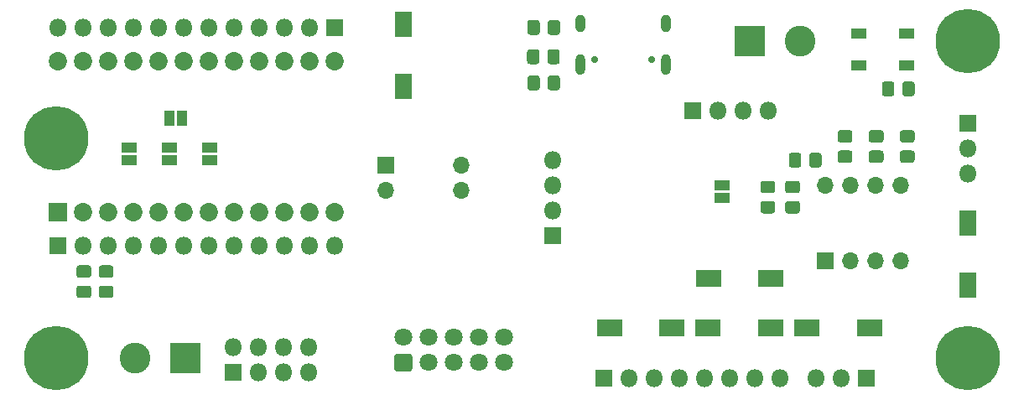
<source format=gbr>
%TF.GenerationSoftware,KiCad,Pcbnew,(5.1.6)-1*%
%TF.CreationDate,2021-01-14T00:20:57+08:00*%
%TF.ProjectId,micro-mp,6d696372-6f2d-46d7-902e-6b696361645f,v0.4*%
%TF.SameCoordinates,Original*%
%TF.FileFunction,Soldermask,Top*%
%TF.FilePolarity,Negative*%
%FSLAX46Y46*%
G04 Gerber Fmt 4.6, Leading zero omitted, Abs format (unit mm)*
G04 Created by KiCad (PCBNEW (5.1.6)-1) date 2021-01-14 00:20:57*
%MOMM*%
%LPD*%
G01*
G04 APERTURE LIST*
%ADD10C,1.854200*%
%ADD11R,1.854200X1.854200*%
%ADD12C,1.801600*%
%ADD13R,1.101600X1.601600*%
%ADD14O,1.801600X1.801600*%
%ADD15R,1.801600X1.801600*%
%ADD16O,1.701600X1.701600*%
%ADD17R,1.701600X1.701600*%
%ADD18R,1.601600X1.101600*%
%ADD19O,1.001600X2.101600*%
%ADD20O,1.001600X1.801600*%
%ADD21C,0.701600*%
%ADD22C,3.101600*%
%ADD23R,3.101600X3.101600*%
%ADD24R,1.800860X2.501900*%
%ADD25R,2.501900X1.800860*%
%ADD26C,6.501600*%
G04 APERTURE END LIST*
D10*
%TO.C,U1*%
X108141000Y-77026000D03*
X136081000Y-92266000D03*
X110681000Y-77026000D03*
X113221000Y-77026000D03*
X115761000Y-77026000D03*
X118301000Y-77026000D03*
X120841000Y-77026000D03*
X123381000Y-77026000D03*
X125921000Y-77026000D03*
X128461000Y-77026000D03*
X131001000Y-77026000D03*
X133541000Y-77026000D03*
X136081000Y-77026000D03*
X133541000Y-92266000D03*
X131001000Y-92266000D03*
X128461000Y-92266000D03*
X125921000Y-92266000D03*
X123381000Y-92266000D03*
X120841000Y-92266000D03*
X118301000Y-92266000D03*
X115761000Y-92266000D03*
X113221000Y-92266000D03*
X110681000Y-92266000D03*
D11*
X108141000Y-92266000D03*
%TD*%
D12*
%TO.C,J4*%
X153162000Y-104902000D03*
X150622000Y-104902000D03*
X148082000Y-104902000D03*
X145542000Y-104902000D03*
X143002000Y-104902000D03*
X153162000Y-107442000D03*
X150622000Y-107442000D03*
X148082000Y-107442000D03*
X145542000Y-107442000D03*
G36*
G01*
X143637859Y-108342800D02*
X142366141Y-108342800D01*
G75*
G02*
X142101200Y-108077859I0J264941D01*
G01*
X142101200Y-106806141D01*
G75*
G02*
X142366141Y-106541200I264941J0D01*
G01*
X143637859Y-106541200D01*
G75*
G02*
X143902800Y-106806141I0J-264941D01*
G01*
X143902800Y-108077859D01*
G75*
G02*
X143637859Y-108342800I-264941J0D01*
G01*
G37*
%TD*%
D13*
%TO.C,JP2*%
X120650000Y-82800000D03*
X119350000Y-82800000D03*
%TD*%
%TO.C,D5*%
G36*
G01*
X113478714Y-98875800D02*
X112521286Y-98875800D01*
G75*
G02*
X112249200Y-98603714I0J272086D01*
G01*
X112249200Y-97896286D01*
G75*
G02*
X112521286Y-97624200I272086J0D01*
G01*
X113478714Y-97624200D01*
G75*
G02*
X113750800Y-97896286I0J-272086D01*
G01*
X113750800Y-98603714D01*
G75*
G02*
X113478714Y-98875800I-272086J0D01*
G01*
G37*
G36*
G01*
X113478714Y-100925800D02*
X112521286Y-100925800D01*
G75*
G02*
X112249200Y-100653714I0J272086D01*
G01*
X112249200Y-99946286D01*
G75*
G02*
X112521286Y-99674200I272086J0D01*
G01*
X113478714Y-99674200D01*
G75*
G02*
X113750800Y-99946286I0J-272086D01*
G01*
X113750800Y-100653714D01*
G75*
G02*
X113478714Y-100925800I-272086J0D01*
G01*
G37*
%TD*%
%TO.C,D4*%
G36*
G01*
X111228714Y-98875800D02*
X110271286Y-98875800D01*
G75*
G02*
X109999200Y-98603714I0J272086D01*
G01*
X109999200Y-97896286D01*
G75*
G02*
X110271286Y-97624200I272086J0D01*
G01*
X111228714Y-97624200D01*
G75*
G02*
X111500800Y-97896286I0J-272086D01*
G01*
X111500800Y-98603714D01*
G75*
G02*
X111228714Y-98875800I-272086J0D01*
G01*
G37*
G36*
G01*
X111228714Y-100925800D02*
X110271286Y-100925800D01*
G75*
G02*
X109999200Y-100653714I0J272086D01*
G01*
X109999200Y-99946286D01*
G75*
G02*
X110271286Y-99674200I272086J0D01*
G01*
X111228714Y-99674200D01*
G75*
G02*
X111500800Y-99946286I0J-272086D01*
G01*
X111500800Y-100653714D01*
G75*
G02*
X111228714Y-100925800I-272086J0D01*
G01*
G37*
%TD*%
%TO.C,R9*%
G36*
G01*
X157544200Y-77033714D02*
X157544200Y-76076286D01*
G75*
G02*
X157816286Y-75804200I272086J0D01*
G01*
X158523714Y-75804200D01*
G75*
G02*
X158795800Y-76076286I0J-272086D01*
G01*
X158795800Y-77033714D01*
G75*
G02*
X158523714Y-77305800I-272086J0D01*
G01*
X157816286Y-77305800D01*
G75*
G02*
X157544200Y-77033714I0J272086D01*
G01*
G37*
G36*
G01*
X155494200Y-77033714D02*
X155494200Y-76076286D01*
G75*
G02*
X155766286Y-75804200I272086J0D01*
G01*
X156473714Y-75804200D01*
G75*
G02*
X156745800Y-76076286I0J-272086D01*
G01*
X156745800Y-77033714D01*
G75*
G02*
X156473714Y-77305800I-272086J0D01*
G01*
X155766286Y-77305800D01*
G75*
G02*
X155494200Y-77033714I0J272086D01*
G01*
G37*
%TD*%
%TO.C,D3*%
G36*
G01*
X157574200Y-79678714D02*
X157574200Y-78721286D01*
G75*
G02*
X157846286Y-78449200I272086J0D01*
G01*
X158553714Y-78449200D01*
G75*
G02*
X158825800Y-78721286I0J-272086D01*
G01*
X158825800Y-79678714D01*
G75*
G02*
X158553714Y-79950800I-272086J0D01*
G01*
X157846286Y-79950800D01*
G75*
G02*
X157574200Y-79678714I0J272086D01*
G01*
G37*
G36*
G01*
X155524200Y-79678714D02*
X155524200Y-78721286D01*
G75*
G02*
X155796286Y-78449200I272086J0D01*
G01*
X156503714Y-78449200D01*
G75*
G02*
X156775800Y-78721286I0J-272086D01*
G01*
X156775800Y-79678714D01*
G75*
G02*
X156503714Y-79950800I-272086J0D01*
G01*
X155796286Y-79950800D01*
G75*
G02*
X155524200Y-79678714I0J272086D01*
G01*
G37*
%TD*%
D14*
%TO.C,J12*%
X181030000Y-109000000D03*
X178490000Y-109000000D03*
X175950000Y-109000000D03*
X173410000Y-109000000D03*
X170870000Y-109000000D03*
X168330000Y-109000000D03*
X165790000Y-109000000D03*
D15*
X163250000Y-109000000D03*
%TD*%
D16*
%TO.C,SW8*%
X148870000Y-87500000D03*
X141250000Y-90040000D03*
X148870000Y-90040000D03*
D17*
X141250000Y-87500000D03*
%TD*%
D18*
%TO.C,JP1*%
X175200000Y-89500000D03*
X175200000Y-90800000D03*
%TD*%
%TO.C,JP5*%
X115300000Y-85700000D03*
X115300000Y-87000000D03*
%TD*%
%TO.C,JP6*%
X119364000Y-87000000D03*
X119364000Y-85700000D03*
%TD*%
%TO.C,JP7*%
X123428000Y-85700000D03*
X123428000Y-87000000D03*
%TD*%
%TO.C,R6*%
G36*
G01*
X193374200Y-80278714D02*
X193374200Y-79321286D01*
G75*
G02*
X193646286Y-79049200I272086J0D01*
G01*
X194353714Y-79049200D01*
G75*
G02*
X194625800Y-79321286I0J-272086D01*
G01*
X194625800Y-80278714D01*
G75*
G02*
X194353714Y-80550800I-272086J0D01*
G01*
X193646286Y-80550800D01*
G75*
G02*
X193374200Y-80278714I0J272086D01*
G01*
G37*
G36*
G01*
X191324200Y-80278714D02*
X191324200Y-79321286D01*
G75*
G02*
X191596286Y-79049200I272086J0D01*
G01*
X192303714Y-79049200D01*
G75*
G02*
X192575800Y-79321286I0J-272086D01*
G01*
X192575800Y-80278714D01*
G75*
G02*
X192303714Y-80550800I-272086J0D01*
G01*
X191596286Y-80550800D01*
G75*
G02*
X191324200Y-80278714I0J272086D01*
G01*
G37*
%TD*%
D19*
%TO.C,J11*%
X160880000Y-77330000D03*
X169520000Y-77330000D03*
D20*
X160880000Y-73160000D03*
X169520000Y-73160000D03*
D21*
X168090000Y-76850000D03*
X162310000Y-76850000D03*
%TD*%
%TO.C,C2*%
G36*
G01*
X155524200Y-74078714D02*
X155524200Y-73121286D01*
G75*
G02*
X155796286Y-72849200I272086J0D01*
G01*
X156503714Y-72849200D01*
G75*
G02*
X156775800Y-73121286I0J-272086D01*
G01*
X156775800Y-74078714D01*
G75*
G02*
X156503714Y-74350800I-272086J0D01*
G01*
X155796286Y-74350800D01*
G75*
G02*
X155524200Y-74078714I0J272086D01*
G01*
G37*
G36*
G01*
X157574200Y-74078714D02*
X157574200Y-73121286D01*
G75*
G02*
X157846286Y-72849200I272086J0D01*
G01*
X158553714Y-72849200D01*
G75*
G02*
X158825800Y-73121286I0J-272086D01*
G01*
X158825800Y-74078714D01*
G75*
G02*
X158553714Y-74350800I-272086J0D01*
G01*
X157846286Y-74350800D01*
G75*
G02*
X157574200Y-74078714I0J272086D01*
G01*
G37*
%TD*%
D22*
%TO.C,J10*%
X183080000Y-75000000D03*
D23*
X178000000Y-75000000D03*
%TD*%
D24*
%TO.C,SW6*%
X143000000Y-79549200D03*
X143000000Y-73250000D03*
%TD*%
%TO.C,SW5*%
X200000000Y-93350400D03*
X200000000Y-99649600D03*
%TD*%
D25*
%TO.C,SW4*%
X190045600Y-103969000D03*
X183746400Y-103969000D03*
%TD*%
%TO.C,SW3*%
X180076100Y-103969000D03*
X173776900Y-103969000D03*
%TD*%
%TO.C,SW2*%
X170106600Y-103969000D03*
X163807400Y-103969000D03*
%TD*%
%TO.C,SW1*%
X180088800Y-98939800D03*
X173789600Y-98939800D03*
%TD*%
D22*
%TO.C,J1*%
X115920000Y-107000000D03*
D23*
X121000000Y-107000000D03*
%TD*%
%TO.C,R2*%
G36*
G01*
X179321286Y-91124200D02*
X180278714Y-91124200D01*
G75*
G02*
X180550800Y-91396286I0J-272086D01*
G01*
X180550800Y-92103714D01*
G75*
G02*
X180278714Y-92375800I-272086J0D01*
G01*
X179321286Y-92375800D01*
G75*
G02*
X179049200Y-92103714I0J272086D01*
G01*
X179049200Y-91396286D01*
G75*
G02*
X179321286Y-91124200I272086J0D01*
G01*
G37*
G36*
G01*
X179321286Y-89074200D02*
X180278714Y-89074200D01*
G75*
G02*
X180550800Y-89346286I0J-272086D01*
G01*
X180550800Y-90053714D01*
G75*
G02*
X180278714Y-90325800I-272086J0D01*
G01*
X179321286Y-90325800D01*
G75*
G02*
X179049200Y-90053714I0J272086D01*
G01*
X179049200Y-89346286D01*
G75*
G02*
X179321286Y-89074200I272086J0D01*
G01*
G37*
%TD*%
%TO.C,D2*%
G36*
G01*
X182778714Y-90325800D02*
X181821286Y-90325800D01*
G75*
G02*
X181549200Y-90053714I0J272086D01*
G01*
X181549200Y-89346286D01*
G75*
G02*
X181821286Y-89074200I272086J0D01*
G01*
X182778714Y-89074200D01*
G75*
G02*
X183050800Y-89346286I0J-272086D01*
G01*
X183050800Y-90053714D01*
G75*
G02*
X182778714Y-90325800I-272086J0D01*
G01*
G37*
G36*
G01*
X182778714Y-92375800D02*
X181821286Y-92375800D01*
G75*
G02*
X181549200Y-92103714I0J272086D01*
G01*
X181549200Y-91396286D01*
G75*
G02*
X181821286Y-91124200I272086J0D01*
G01*
X182778714Y-91124200D01*
G75*
G02*
X183050800Y-91396286I0J-272086D01*
G01*
X183050800Y-92103714D01*
G75*
G02*
X182778714Y-92375800I-272086J0D01*
G01*
G37*
%TD*%
%TO.C,C1*%
G36*
G01*
X183175800Y-86521286D02*
X183175800Y-87478714D01*
G75*
G02*
X182903714Y-87750800I-272086J0D01*
G01*
X182196286Y-87750800D01*
G75*
G02*
X181924200Y-87478714I0J272086D01*
G01*
X181924200Y-86521286D01*
G75*
G02*
X182196286Y-86249200I272086J0D01*
G01*
X182903714Y-86249200D01*
G75*
G02*
X183175800Y-86521286I0J-272086D01*
G01*
G37*
G36*
G01*
X185225800Y-86521286D02*
X185225800Y-87478714D01*
G75*
G02*
X184953714Y-87750800I-272086J0D01*
G01*
X184246286Y-87750800D01*
G75*
G02*
X183974200Y-87478714I0J272086D01*
G01*
X183974200Y-86521286D01*
G75*
G02*
X184246286Y-86249200I272086J0D01*
G01*
X184953714Y-86249200D01*
G75*
G02*
X185225800Y-86521286I0J-272086D01*
G01*
G37*
%TD*%
D14*
%TO.C,J2*%
X133446000Y-105897000D03*
X133446000Y-108437000D03*
X130906000Y-105897000D03*
X130906000Y-108437000D03*
X128366000Y-105897000D03*
X128366000Y-108437000D03*
X125826000Y-105897000D03*
D15*
X125826000Y-108437000D03*
%TD*%
D14*
%TO.C,J9*%
X158100000Y-86980000D03*
X158100000Y-89520000D03*
X158100000Y-92060000D03*
D15*
X158100000Y-94600000D03*
%TD*%
D14*
%TO.C,J7*%
X179832000Y-82042000D03*
X177292000Y-82042000D03*
X174752000Y-82042000D03*
D15*
X172212000Y-82042000D03*
%TD*%
%TO.C,R3*%
G36*
G01*
X193399286Y-86024200D02*
X194356714Y-86024200D01*
G75*
G02*
X194628800Y-86296286I0J-272086D01*
G01*
X194628800Y-87003714D01*
G75*
G02*
X194356714Y-87275800I-272086J0D01*
G01*
X193399286Y-87275800D01*
G75*
G02*
X193127200Y-87003714I0J272086D01*
G01*
X193127200Y-86296286D01*
G75*
G02*
X193399286Y-86024200I272086J0D01*
G01*
G37*
G36*
G01*
X193399286Y-83974200D02*
X194356714Y-83974200D01*
G75*
G02*
X194628800Y-84246286I0J-272086D01*
G01*
X194628800Y-84953714D01*
G75*
G02*
X194356714Y-85225800I-272086J0D01*
G01*
X193399286Y-85225800D01*
G75*
G02*
X193127200Y-84953714I0J272086D01*
G01*
X193127200Y-84246286D01*
G75*
G02*
X193399286Y-83974200I272086J0D01*
G01*
G37*
%TD*%
%TO.C,R4*%
G36*
G01*
X191214046Y-85225800D02*
X190256618Y-85225800D01*
G75*
G02*
X189984532Y-84953714I0J272086D01*
G01*
X189984532Y-84246286D01*
G75*
G02*
X190256618Y-83974200I272086J0D01*
G01*
X191214046Y-83974200D01*
G75*
G02*
X191486132Y-84246286I0J-272086D01*
G01*
X191486132Y-84953714D01*
G75*
G02*
X191214046Y-85225800I-272086J0D01*
G01*
G37*
G36*
G01*
X191214046Y-87275800D02*
X190256618Y-87275800D01*
G75*
G02*
X189984532Y-87003714I0J272086D01*
G01*
X189984532Y-86296286D01*
G75*
G02*
X190256618Y-86024200I272086J0D01*
G01*
X191214046Y-86024200D01*
G75*
G02*
X191486132Y-86296286I0J-272086D01*
G01*
X191486132Y-87003714D01*
G75*
G02*
X191214046Y-87275800I-272086J0D01*
G01*
G37*
%TD*%
%TO.C,R1*%
G36*
G01*
X187113952Y-86024200D02*
X188071380Y-86024200D01*
G75*
G02*
X188343466Y-86296286I0J-272086D01*
G01*
X188343466Y-87003714D01*
G75*
G02*
X188071380Y-87275800I-272086J0D01*
G01*
X187113952Y-87275800D01*
G75*
G02*
X186841866Y-87003714I0J272086D01*
G01*
X186841866Y-86296286D01*
G75*
G02*
X187113952Y-86024200I272086J0D01*
G01*
G37*
G36*
G01*
X187113952Y-83974200D02*
X188071380Y-83974200D01*
G75*
G02*
X188343466Y-84246286I0J-272086D01*
G01*
X188343466Y-84953714D01*
G75*
G02*
X188071380Y-85225800I-272086J0D01*
G01*
X187113952Y-85225800D01*
G75*
G02*
X186841866Y-84953714I0J272086D01*
G01*
X186841866Y-84246286D01*
G75*
G02*
X187113952Y-83974200I272086J0D01*
G01*
G37*
%TD*%
D26*
%TO.C,H4*%
X200000000Y-107000000D03*
%TD*%
%TO.C,H3*%
X108000000Y-107000000D03*
%TD*%
%TO.C,H2*%
X200000000Y-75000000D03*
%TD*%
%TO.C,H1*%
X108000000Y-84836000D03*
%TD*%
D18*
%TO.C,D1*%
X188950000Y-74200000D03*
X188950000Y-77400000D03*
X193850000Y-74200000D03*
X193850000Y-77400000D03*
%TD*%
D14*
%TO.C,J3*%
X136081000Y-95600000D03*
X133541000Y-95600000D03*
X131001000Y-95600000D03*
X128461000Y-95600000D03*
X125921000Y-95600000D03*
X123381000Y-95600000D03*
X120841000Y-95600000D03*
X118301000Y-95600000D03*
X115761000Y-95600000D03*
X113221000Y-95600000D03*
X110681000Y-95600000D03*
D15*
X108141000Y-95600000D03*
%TD*%
%TO.C,J5*%
X136081000Y-73600000D03*
D14*
X133541000Y-73600000D03*
X131001000Y-73600000D03*
X128461000Y-73600000D03*
X125921000Y-73600000D03*
X123381000Y-73600000D03*
X120841000Y-73600000D03*
X118301000Y-73600000D03*
X115761000Y-73600000D03*
X113221000Y-73600000D03*
X110681000Y-73600000D03*
X108141000Y-73600000D03*
%TD*%
%TO.C,J6*%
X184670000Y-109000000D03*
X187210000Y-109000000D03*
D15*
X189750000Y-109000000D03*
%TD*%
%TO.C,J8*%
X200000000Y-83300000D03*
D14*
X200000000Y-85840000D03*
X200000000Y-88380000D03*
%TD*%
D17*
%TO.C,U2*%
X185600000Y-97200000D03*
D16*
X193220000Y-89580000D03*
X188140000Y-97200000D03*
X190680000Y-89580000D03*
X190680000Y-97200000D03*
X188140000Y-89580000D03*
X193220000Y-97200000D03*
X185600000Y-89580000D03*
%TD*%
M02*

</source>
